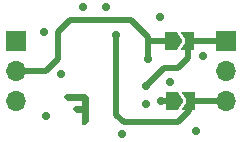
<source format=gbr>
%TF.GenerationSoftware,KiCad,Pcbnew,7.0.9*%
%TF.CreationDate,2024-01-09T19:27:13+00:00*%
%TF.ProjectId,OPA990 Breakout,4f504139-3930-4204-9272-65616b6f7574,V24.01.0.1*%
%TF.SameCoordinates,PX8c7ecc0PY5c0c740*%
%TF.FileFunction,Copper,L4,Bot*%
%TF.FilePolarity,Positive*%
%FSLAX46Y46*%
G04 Gerber Fmt 4.6, Leading zero omitted, Abs format (unit mm)*
G04 Created by KiCad (PCBNEW 7.0.9) date 2024-01-09 19:27:13*
%MOMM*%
%LPD*%
G01*
G04 APERTURE LIST*
G04 Aperture macros list*
%AMFreePoly0*
4,1,6,0.500000,-0.750000,-0.650000,-0.750000,-0.150000,0.000000,-0.650000,0.750000,0.500000,0.750000,0.500000,-0.750000,0.500000,-0.750000,$1*%
%AMFreePoly1*
4,1,6,1.000000,0.000000,0.500000,-0.750000,-0.500000,-0.750000,-0.500000,0.750000,0.500000,0.750000,1.000000,0.000000,1.000000,0.000000,$1*%
G04 Aperture macros list end*
%TA.AperFunction,EtchedComponent*%
%ADD10C,0.001000*%
%TD*%
%TA.AperFunction,EtchedComponent*%
%ADD11C,0.254500*%
%TD*%
%TA.AperFunction,ComponentPad*%
%ADD12O,1.700000X1.700000*%
%TD*%
%TA.AperFunction,ComponentPad*%
%ADD13R,1.700000X1.700000*%
%TD*%
%TA.AperFunction,SMDPad,CuDef*%
%ADD14FreePoly0,0.000000*%
%TD*%
%TA.AperFunction,SMDPad,CuDef*%
%ADD15FreePoly1,0.000000*%
%TD*%
%TA.AperFunction,ViaPad*%
%ADD16C,0.700000*%
%TD*%
%TA.AperFunction,Conductor*%
%ADD17C,0.500000*%
%TD*%
G04 APERTURE END LIST*
%TO.C,REF\u002A\u002A*%
D10*
X-1524000Y-2159000D02*
X-1524000Y-4191000D01*
X-1778000Y-4445000D01*
X-2032000Y-4445000D01*
X-2032000Y-3429000D01*
X-2540000Y-3429000D01*
X-2540000Y-2921000D01*
X-2032000Y-2921000D01*
X-2032000Y-2413000D01*
X-3302000Y-2413000D01*
X-3302000Y-1905000D01*
X-1778000Y-1905000D01*
X-1524000Y-2159000D01*
%TA.AperFunction,EtchedComponent*%
G36*
X-1524000Y-2159000D02*
G01*
X-1524000Y-4191000D01*
X-1778000Y-4445000D01*
X-2032000Y-4445000D01*
X-2032000Y-3429000D01*
X-2540000Y-3429000D01*
X-2540000Y-2921000D01*
X-2032000Y-2921000D01*
X-2032000Y-2413000D01*
X-3302000Y-2413000D01*
X-3302000Y-1905000D01*
X-1778000Y-1905000D01*
X-1524000Y-2159000D01*
G37*
%TD.AperFunction*%
D11*
X-3174750Y-2159000D02*
G75*
G03*
X-3174750Y-2159000I-127250J0D01*
G01*
X-2412750Y-3175000D02*
G75*
G03*
X-2412750Y-3175000I-127250J0D01*
G01*
X-1650750Y-2159000D02*
G75*
G03*
X-1650750Y-2159000I-127250J0D01*
G01*
X-1650750Y-4191000D02*
G75*
G03*
X-1650750Y-4191000I-127250J0D01*
G01*
%TD*%
D12*
%TO.P,J1,3,Pin_3*%
%TO.N,Net-(J1-Pin_3)*%
X-7620000Y-2540000D03*
%TO.P,J1,2,Pin_2*%
%TO.N,VIO*%
X-7620000Y0D03*
D13*
%TO.P,J1,1,Pin_1*%
%TO.N,Net-(J1-Pin_1)*%
X-7620000Y2540000D03*
%TD*%
D14*
%TO.P,JP2,2,B*%
%TO.N,VSS*%
X7075000Y-2540000D03*
D15*
%TO.P,JP2,1,A*%
%TO.N,GND*%
X5625000Y-2540000D03*
%TD*%
D14*
%TO.P,JP1,2,B*%
%TO.N,VDD*%
X6985000Y2540000D03*
D15*
%TO.P,JP1,1,A*%
%TO.N,VIO*%
X5535000Y2540000D03*
%TD*%
D12*
%TO.P,J2,3,Pin_3*%
%TO.N,VSS*%
X10160000Y-2540000D03*
%TO.P,J2,2,Pin_2*%
%TO.N,Net-(D1A-COM)*%
X10160000Y0D03*
D13*
%TO.P,J2,1,Pin_1*%
%TO.N,VDD*%
X10160000Y2540000D03*
%TD*%
D16*
%TO.N,GND*%
X8255000Y1270000D03*
X7620000Y-5080000D03*
X-5080000Y-3810000D03*
X1397000Y-5334000D03*
X-5207000Y3302000D03*
X-3810000Y-254000D03*
%TO.N,VSS*%
X889000Y3048000D03*
%TO.N,VDD*%
X3429000Y-1270000D03*
%TO.N,GND*%
X0Y5461000D03*
X5461000Y-889000D03*
X3429000Y-2794000D03*
X-1905000Y5461000D03*
X4699000Y-2540000D03*
X4572000Y4572000D03*
%TO.N,VIO*%
X3556000Y1016000D03*
%TD*%
D17*
%TO.N,VSS*%
X7075000Y-2540000D02*
X10160000Y-2540000D01*
X7075000Y-3339000D02*
X7075000Y-2540000D01*
X889000Y-3683000D02*
X1524000Y-4318000D01*
X1524000Y-4318000D02*
X6096000Y-4318000D01*
X889000Y3048000D02*
X889000Y-3683000D01*
X6096000Y-4318000D02*
X7075000Y-3339000D01*
%TO.N,VDD*%
X6096000Y254000D02*
X6985000Y1143000D01*
X6985000Y2540000D02*
X10160000Y2540000D01*
X4953000Y254000D02*
X6096000Y254000D01*
X6985000Y1143000D02*
X6985000Y2540000D01*
X3429000Y-1270000D02*
X4953000Y254000D01*
%TO.N,GND*%
X5625000Y-2540000D02*
X4699000Y-2540000D01*
%TO.N,VIO*%
X-4064000Y3302000D02*
X-3048000Y4318000D01*
X2159000Y4318000D02*
X3556000Y2921000D01*
X3556000Y2921000D02*
X3556000Y1016000D01*
X-7620000Y0D02*
X-5080000Y0D01*
X-5080000Y0D02*
X-4064000Y1016000D01*
X5535000Y2540000D02*
X3556000Y2540000D01*
X3556000Y2540000D02*
X3556000Y1016000D01*
X-4064000Y1016000D02*
X-4064000Y3302000D01*
X-3048000Y4318000D02*
X2159000Y4318000D01*
%TD*%
M02*

</source>
